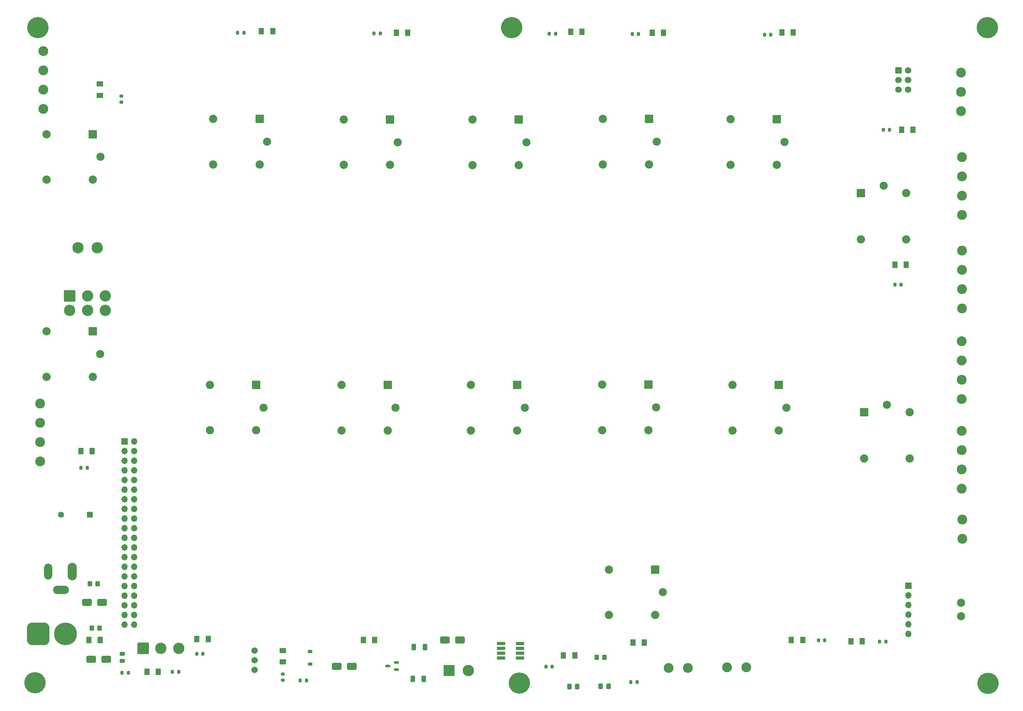
<source format=gbr>
%TF.GenerationSoftware,KiCad,Pcbnew,8.0.5*%
%TF.CreationDate,2025-05-12T12:18:58+05:30*%
%TF.ProjectId,automation,6175746f-6d61-4746-996f-6e2e6b696361,rev?*%
%TF.SameCoordinates,Original*%
%TF.FileFunction,Soldermask,Top*%
%TF.FilePolarity,Negative*%
%FSLAX46Y46*%
G04 Gerber Fmt 4.6, Leading zero omitted, Abs format (unit mm)*
G04 Created by KiCad (PCBNEW 8.0.5) date 2025-05-12 12:18:58*
%MOMM*%
%LPD*%
G01*
G04 APERTURE LIST*
G04 Aperture macros list*
%AMRoundRect*
0 Rectangle with rounded corners*
0 $1 Rounding radius*
0 $2 $3 $4 $5 $6 $7 $8 $9 X,Y pos of 4 corners*
0 Add a 4 corners polygon primitive as box body*
4,1,4,$2,$3,$4,$5,$6,$7,$8,$9,$2,$3,0*
0 Add four circle primitives for the rounded corners*
1,1,$1+$1,$2,$3*
1,1,$1+$1,$4,$5*
1,1,$1+$1,$6,$7*
1,1,$1+$1,$8,$9*
0 Add four rect primitives between the rounded corners*
20,1,$1+$1,$2,$3,$4,$5,0*
20,1,$1+$1,$4,$5,$6,$7,0*
20,1,$1+$1,$6,$7,$8,$9,0*
20,1,$1+$1,$8,$9,$2,$3,0*%
G04 Aperture macros list end*
%ADD10RoundRect,0.250000X0.337500X0.475000X-0.337500X0.475000X-0.337500X-0.475000X0.337500X-0.475000X0*%
%ADD11RoundRect,0.250000X-0.350000X-0.450000X0.350000X-0.450000X0.350000X0.450000X-0.350000X0.450000X0*%
%ADD12RoundRect,0.250000X-0.337500X-0.475000X0.337500X-0.475000X0.337500X0.475000X-0.337500X0.475000X0*%
%ADD13RoundRect,0.250000X-1.000000X-0.650000X1.000000X-0.650000X1.000000X0.650000X-1.000000X0.650000X0*%
%ADD14RoundRect,0.250001X0.462499X0.624999X-0.462499X0.624999X-0.462499X-0.624999X0.462499X-0.624999X0*%
%ADD15RoundRect,0.250001X-0.462499X-0.624999X0.462499X-0.624999X0.462499X0.624999X-0.462499X0.624999X0*%
%ADD16C,2.604000*%
%ADD17RoundRect,0.200000X0.200000X0.275000X-0.200000X0.275000X-0.200000X-0.275000X0.200000X-0.275000X0*%
%ADD18C,5.600000*%
%ADD19RoundRect,0.200000X0.275000X-0.200000X0.275000X0.200000X-0.275000X0.200000X-0.275000X-0.200000X0*%
%ADD20RoundRect,0.250001X0.624999X-0.462499X0.624999X0.462499X-0.624999X0.462499X-0.624999X-0.462499X0*%
%ADD21RoundRect,0.200000X-0.200000X-0.275000X0.200000X-0.275000X0.200000X0.275000X-0.200000X0.275000X0*%
%ADD22RoundRect,0.102000X-1.387500X-1.387500X1.387500X-1.387500X1.387500X1.387500X-1.387500X1.387500X0*%
%ADD23C,2.979000*%
%ADD24RoundRect,0.200000X-0.275000X0.200000X-0.275000X-0.200000X0.275000X-0.200000X0.275000X0.200000X0*%
%ADD25RoundRect,0.250000X-0.325000X-0.450000X0.325000X-0.450000X0.325000X0.450000X-0.325000X0.450000X0*%
%ADD26R,3.000000X3.000000*%
%ADD27C,3.000000*%
%ADD28RoundRect,0.250000X-0.312500X-0.625000X0.312500X-0.625000X0.312500X0.625000X-0.312500X0.625000X0*%
%ADD29C,2.154000*%
%ADD30RoundRect,0.250000X-0.450000X0.262500X-0.450000X-0.262500X0.450000X-0.262500X0.450000X0.262500X0*%
%ADD31RoundRect,0.225000X-0.375000X0.225000X-0.375000X-0.225000X0.375000X-0.225000X0.375000X0.225000X0*%
%ADD32RoundRect,0.250000X0.350000X0.450000X-0.350000X0.450000X-0.350000X-0.450000X0.350000X-0.450000X0*%
%ADD33RoundRect,0.250000X-0.600000X-0.600000X0.600000X-0.600000X0.600000X0.600000X-0.600000X0.600000X0*%
%ADD34C,1.700000*%
%ADD35O,2.404000X4.604000*%
%ADD36O,2.204000X4.204000*%
%ADD37O,4.204000X2.204000*%
%ADD38C,1.712000*%
%ADD39RoundRect,1.500000X-1.500000X-1.500000X1.500000X-1.500000X1.500000X1.500000X-1.500000X1.500000X0*%
%ADD40C,6.000000*%
%ADD41RoundRect,0.150000X0.512500X0.150000X-0.512500X0.150000X-0.512500X-0.150000X0.512500X-0.150000X0*%
%ADD42RoundRect,0.100500X-0.986500X-0.301500X0.986500X-0.301500X0.986500X0.301500X-0.986500X0.301500X0*%
%ADD43R,1.700000X1.700000*%
%ADD44O,1.700000X1.700000*%
%ADD45RoundRect,0.102000X1.387500X-1.387500X1.387500X1.387500X-1.387500X1.387500X-1.387500X-1.387500X0*%
%ADD46R,1.600200X1.600200*%
%ADD47C,1.600200*%
%ADD48RoundRect,0.102000X-0.990000X0.990000X-0.990000X-0.990000X0.990000X-0.990000X0.990000X0.990000X0*%
%ADD49C,2.184000*%
%ADD50C,2.139000*%
%ADD51RoundRect,0.102000X0.990000X0.990000X-0.990000X0.990000X-0.990000X-0.990000X0.990000X-0.990000X0*%
G04 APERTURE END LIST*
D10*
%TO.C,C1*%
X437812500Y-297600000D03*
X435737500Y-297600000D03*
%TD*%
D11*
%TO.C,FB1*%
X309812500Y-282200000D03*
X311812500Y-282200000D03*
%TD*%
D12*
%TO.C,C2*%
X444000000Y-297500000D03*
X446075000Y-297500000D03*
%TD*%
D13*
%TO.C,D13*%
X308500000Y-275400000D03*
X312500000Y-275400000D03*
%TD*%
D14*
%TO.C,D5*%
X309875000Y-235550000D03*
X306900000Y-235550000D03*
%TD*%
D13*
%TO.C,IC2*%
X374400000Y-292300000D03*
X378400000Y-292300000D03*
%TD*%
D15*
%TO.C,D16*%
X457625000Y-125300000D03*
X460600000Y-125300000D03*
%TD*%
D16*
%TO.C,J8*%
X539300000Y-197960000D03*
X539300000Y-192880000D03*
X539300000Y-187800000D03*
X539300000Y-182720000D03*
%TD*%
D17*
%TO.C,R24*%
X385900000Y-125500000D03*
X384250000Y-125500000D03*
%TD*%
D15*
%TO.C,D3*%
X521622500Y-186470000D03*
X524597500Y-186470000D03*
%TD*%
%TO.C,D15*%
X491825000Y-125200000D03*
X494800000Y-125200000D03*
%TD*%
D18*
%TO.C,H1*%
X295590000Y-123970000D03*
%TD*%
D19*
%TO.C,R6*%
X317540000Y-143620000D03*
X317540000Y-141970000D03*
%TD*%
D15*
%TO.C,D10*%
X381412500Y-285300000D03*
X384387500Y-285300000D03*
%TD*%
D17*
%TO.C,R1*%
X520200000Y-150920000D03*
X518550000Y-150920000D03*
%TD*%
D20*
%TO.C,D11*%
X360200000Y-291087500D03*
X360200000Y-288112500D03*
%TD*%
D16*
%TO.C,J12*%
X539200000Y-221860000D03*
X539200000Y-216780000D03*
X539200000Y-211700000D03*
X539200000Y-206620000D03*
%TD*%
D21*
%TO.C,R28*%
X331075000Y-293700000D03*
X332725000Y-293700000D03*
%TD*%
D22*
%TO.C,S2*%
X303947500Y-194636200D03*
D23*
X308647500Y-194636200D03*
X313347500Y-194636200D03*
X303947500Y-198446200D03*
X308647500Y-198446200D03*
X313347500Y-198446200D03*
X306107500Y-181936200D03*
X311187500Y-181936200D03*
%TD*%
D13*
%TO.C,D14*%
X309580000Y-290400000D03*
X313580000Y-290400000D03*
%TD*%
D18*
%TO.C,H3*%
X420520000Y-123930000D03*
%TD*%
D20*
%TO.C,D4*%
X311940000Y-141795000D03*
X311940000Y-138820000D03*
%TD*%
D17*
%TO.C,R19*%
X488900000Y-125800000D03*
X487250000Y-125800000D03*
%TD*%
D24*
%TO.C,R17*%
X360200000Y-294275000D03*
X360200000Y-295925000D03*
%TD*%
D18*
%TO.C,H2*%
X294800000Y-296600000D03*
%TD*%
D21*
%TO.C,R14*%
X364775000Y-296000000D03*
X366425000Y-296000000D03*
%TD*%
D16*
%TO.C,J4*%
X539400000Y-258700000D03*
X539400000Y-253620000D03*
%TD*%
D17*
%TO.C,R25*%
X349900000Y-125300000D03*
X348250000Y-125300000D03*
%TD*%
D25*
%TO.C,F1*%
X309275000Y-270500000D03*
X311325000Y-270500000D03*
%TD*%
D26*
%TO.C,J14*%
X404060000Y-293400000D03*
D27*
X409140000Y-293400000D03*
%TD*%
D13*
%TO.C,IC3*%
X402892500Y-285340000D03*
X406892500Y-285340000D03*
%TD*%
D17*
%TO.C,R22*%
X454015000Y-125700000D03*
X452365000Y-125700000D03*
%TD*%
D14*
%TO.C,D2*%
X512987500Y-285700000D03*
X510012500Y-285700000D03*
%TD*%
D28*
%TO.C,F2*%
X394737500Y-287200000D03*
X397662500Y-287200000D03*
%TD*%
D15*
%TO.C,D7*%
X494312500Y-285300000D03*
X497287500Y-285300000D03*
%TD*%
D18*
%TO.C,H4*%
X545970000Y-123940000D03*
%TD*%
D29*
%TO.C,J17*%
X539100000Y-279037900D03*
X539100000Y-275537900D03*
%TD*%
D28*
%TO.C,F3*%
X394437500Y-295600000D03*
X397362500Y-295600000D03*
%TD*%
D14*
%TO.C,D9*%
X437175000Y-289400000D03*
X434200000Y-289400000D03*
%TD*%
%TO.C,D20*%
X327337500Y-293750000D03*
X324362500Y-293750000D03*
%TD*%
D15*
%TO.C,D17*%
X436125000Y-125100000D03*
X439100000Y-125100000D03*
%TD*%
D30*
%TO.C,RV1*%
X317800000Y-288987500D03*
X317800000Y-290812500D03*
%TD*%
D16*
%TO.C,J13*%
X539200000Y-245460000D03*
X539200000Y-240380000D03*
X539200000Y-235300000D03*
X539200000Y-230220000D03*
%TD*%
%TO.C,J19*%
X539080000Y-146010000D03*
X539080000Y-140930000D03*
X539080000Y-135850000D03*
%TD*%
D17*
%TO.C,R23*%
X432100000Y-125600000D03*
X430450000Y-125600000D03*
%TD*%
D31*
%TO.C,D21*%
X367400000Y-288350000D03*
X367400000Y-291650000D03*
%TD*%
D16*
%TO.C,J10*%
X297010000Y-145370000D03*
X297010000Y-140290000D03*
X297010000Y-135210000D03*
X297010000Y-130130000D03*
%TD*%
D32*
%TO.C,FB2*%
X444987500Y-289900000D03*
X442987500Y-289900000D03*
%TD*%
D16*
%TO.C,J1*%
X466980000Y-292700000D03*
X461900000Y-292700000D03*
%TD*%
D33*
%TO.C,J15*%
X522530000Y-135210000D03*
D34*
X525070000Y-135210000D03*
X522530000Y-137750000D03*
X525070000Y-137750000D03*
X522530000Y-140290000D03*
X525070000Y-140290000D03*
%TD*%
D21*
%TO.C,R12*%
X451950000Y-296400000D03*
X453600000Y-296400000D03*
%TD*%
%TO.C,R9*%
X501450000Y-285400000D03*
X503100000Y-285400000D03*
%TD*%
D35*
%TO.C,J5*%
X304600000Y-267300000D03*
D36*
X298300000Y-267300000D03*
D37*
X301700000Y-272100000D03*
%TD*%
D18*
%TO.C,H6*%
X546200000Y-296790000D03*
%TD*%
D38*
%TO.C,U1*%
X352750000Y-293240000D03*
X352750000Y-290700000D03*
X352750000Y-288160000D03*
%TD*%
D39*
%TO.C,J6*%
X295680000Y-283770000D03*
D40*
X302880000Y-283770000D03*
%TD*%
D15*
%TO.C,D8*%
X452512500Y-286000000D03*
X455487500Y-286000000D03*
%TD*%
D41*
%TO.C,IC1*%
X390137500Y-293150000D03*
X390137500Y-291250000D03*
X387862500Y-292200000D03*
%TD*%
D15*
%TO.C,D6*%
X309025000Y-285380000D03*
X312000000Y-285380000D03*
%TD*%
D16*
%TO.C,J9*%
X296200000Y-238300000D03*
X296200000Y-233220000D03*
X296200000Y-228140000D03*
X296200000Y-223060000D03*
%TD*%
D15*
%TO.C,D1*%
X523425000Y-150900000D03*
X526400000Y-150900000D03*
%TD*%
D16*
%TO.C,J7*%
X539300000Y-173360000D03*
X539300000Y-168280000D03*
X539300000Y-163200000D03*
X539300000Y-158120000D03*
%TD*%
D21*
%TO.C,R2*%
X517575000Y-285800000D03*
X519225000Y-285800000D03*
%TD*%
D15*
%TO.C,D12*%
X337512500Y-285100000D03*
X340487500Y-285100000D03*
%TD*%
D42*
%TO.C,U2*%
X417760000Y-286290000D03*
X417760000Y-287560000D03*
X417760000Y-288830000D03*
X417760000Y-290100000D03*
X422700000Y-290100000D03*
X422700000Y-288830000D03*
X422700000Y-287560000D03*
X422700000Y-286290000D03*
%TD*%
D43*
%TO.C,J16*%
X525200000Y-271037900D03*
D44*
X525200000Y-273577900D03*
X525200000Y-276117900D03*
X525200000Y-278657900D03*
X525200000Y-281197900D03*
X525200000Y-283737900D03*
%TD*%
D15*
%TO.C,D19*%
X354525000Y-124900000D03*
X357500000Y-124900000D03*
%TD*%
D17*
%TO.C,R8*%
X319425000Y-294000000D03*
X317775000Y-294000000D03*
%TD*%
D45*
%TO.C,S1*%
X323300000Y-287552500D03*
D23*
X328000000Y-287552500D03*
X332700000Y-287552500D03*
%TD*%
D16*
%TO.C,J2*%
X482440000Y-292550000D03*
X477360000Y-292550000D03*
%TD*%
D15*
%TO.C,D18*%
X390125000Y-125300000D03*
X393100000Y-125300000D03*
%TD*%
D21*
%TO.C,R3*%
X521610000Y-191710000D03*
X523260000Y-191710000D03*
%TD*%
D17*
%TO.C,R7*%
X308600000Y-240000000D03*
X306950000Y-240000000D03*
%TD*%
D21*
%TO.C,R13*%
X429562500Y-292400000D03*
X431212500Y-292400000D03*
%TD*%
D18*
%TO.C,H5*%
X422560000Y-296690000D03*
%TD*%
D21*
%TO.C,R18*%
X337475000Y-289000000D03*
X339125000Y-289000000D03*
%TD*%
D46*
%TO.C,BZ1*%
X309300000Y-252300000D03*
D47*
X301690000Y-252300000D03*
%TD*%
D48*
%TO.C,K12*%
X512630000Y-167582500D03*
D49*
X524630000Y-167582500D03*
D50*
X518630000Y-165582500D03*
D49*
X512630000Y-179782500D03*
X524630000Y-179782500D03*
%TD*%
D51*
%TO.C,K2*%
X354030000Y-148040000D03*
D49*
X354030000Y-160040000D03*
D50*
X356030000Y-154040000D03*
D49*
X341830000Y-148040000D03*
X341830000Y-160040000D03*
%TD*%
D51*
%TO.C,K1*%
X421977500Y-218140000D03*
D49*
X421977500Y-230140000D03*
D50*
X423977500Y-224140000D03*
D49*
X409777500Y-218140000D03*
X409777500Y-230140000D03*
%TD*%
D51*
%TO.C,K6*%
X490967500Y-218100000D03*
D49*
X490967500Y-230100000D03*
D50*
X492967500Y-224100000D03*
D49*
X478767500Y-218100000D03*
X478767500Y-230100000D03*
%TD*%
D51*
%TO.C,K4*%
X456620000Y-218070000D03*
D49*
X456620000Y-230070000D03*
D50*
X458620000Y-224070000D03*
D49*
X444420000Y-218070000D03*
X444420000Y-230070000D03*
%TD*%
D48*
%TO.C,K15*%
X513490000Y-225330000D03*
D49*
X525490000Y-225330000D03*
D50*
X519490000Y-223330000D03*
D49*
X513490000Y-237530000D03*
X525490000Y-237530000D03*
%TD*%
D51*
%TO.C,K10*%
X310040000Y-152040000D03*
D49*
X310040000Y-164040000D03*
D50*
X312040000Y-158040000D03*
D49*
X297840000Y-152040000D03*
X297840000Y-164040000D03*
%TD*%
D51*
%TO.C,K13*%
X387847500Y-218140000D03*
D49*
X387847500Y-230140000D03*
D50*
X389847500Y-224140000D03*
D49*
X375647500Y-218140000D03*
X375647500Y-230140000D03*
%TD*%
D51*
%TO.C,K8*%
X310017500Y-204005000D03*
D49*
X310017500Y-216005000D03*
D50*
X312017500Y-210005000D03*
D49*
X297817500Y-204005000D03*
X297817500Y-216005000D03*
%TD*%
D51*
%TO.C,K11*%
X353127500Y-218090000D03*
D49*
X353127500Y-230090000D03*
D50*
X355127500Y-224090000D03*
D49*
X340927500Y-218090000D03*
X340927500Y-230090000D03*
%TD*%
D43*
%TO.C,J11*%
X318400000Y-233040000D03*
D44*
X320940000Y-233040000D03*
X318400000Y-235580000D03*
X320940000Y-235580000D03*
X318400000Y-238120000D03*
X320940000Y-238120000D03*
X318400000Y-240660000D03*
X320940000Y-240660000D03*
X318400000Y-243200000D03*
X320940000Y-243200000D03*
X318400000Y-245740000D03*
X320940000Y-245740000D03*
X318400000Y-248280000D03*
X320940000Y-248280000D03*
X318400000Y-250820000D03*
X320940000Y-250820000D03*
X318400000Y-253360000D03*
X320940000Y-253360000D03*
X318400000Y-255900000D03*
X320940000Y-255900000D03*
X318400000Y-258440000D03*
X320940000Y-258440000D03*
X318400000Y-260980000D03*
X320940000Y-260980000D03*
X318400000Y-263520000D03*
X320940000Y-263520000D03*
X318400000Y-266060000D03*
X320940000Y-266060000D03*
X318400000Y-268600000D03*
X320940000Y-268600000D03*
X318400000Y-271140000D03*
X320940000Y-271140000D03*
X318400000Y-273680000D03*
X320940000Y-273680000D03*
X318400000Y-276220000D03*
X320940000Y-276220000D03*
X318400000Y-278760000D03*
X320940000Y-278760000D03*
X318400000Y-281300000D03*
X320940000Y-281300000D03*
%TD*%
D51*
%TO.C,K14*%
X458407500Y-266762500D03*
D49*
X458407500Y-278762500D03*
D50*
X460407500Y-272762500D03*
D49*
X446207500Y-266762500D03*
X446207500Y-278762500D03*
%TD*%
D51*
%TO.C,K5*%
X422387500Y-148170000D03*
D49*
X422387500Y-160170000D03*
D50*
X424387500Y-154170000D03*
D49*
X410187500Y-148170000D03*
X410187500Y-160170000D03*
%TD*%
D51*
%TO.C,K3*%
X388450000Y-148150000D03*
D49*
X388450000Y-160150000D03*
D50*
X390450000Y-154150000D03*
D49*
X376250000Y-148150000D03*
X376250000Y-160150000D03*
%TD*%
D51*
%TO.C,K9*%
X490500000Y-148100000D03*
D49*
X490500000Y-160100000D03*
D50*
X492500000Y-154100000D03*
D49*
X478300000Y-148100000D03*
X478300000Y-160100000D03*
%TD*%
D51*
%TO.C,K7*%
X456770000Y-148040000D03*
D49*
X456770000Y-160040000D03*
D50*
X458770000Y-154040000D03*
D49*
X444570000Y-148040000D03*
X444570000Y-160040000D03*
%TD*%
M02*

</source>
